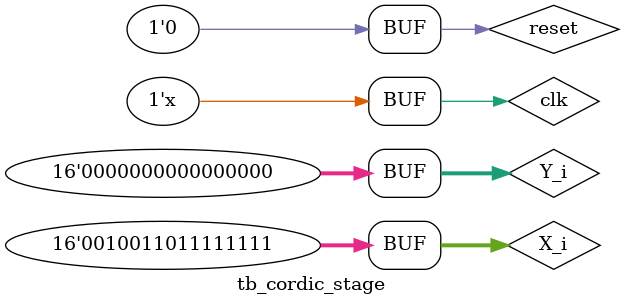
<source format=v>
`timescale 1ns / 1ps

module tb_cordic_stage;

    reg clk;
    reg reset;
    reg  signed [15:0] X_i;
    reg  signed [15:0] Y_i;
    reg  signed [15:0] Z_i;
    
    wire signed [15:0] X_O;
    wire signed [15:0] Y_O;
    wire signed [15:0] Z_O;

    cordic_stage dut(.clk(clk), .reset(reset), .X_i(X_i), .Y_i(Y_i), .Z_i(Z_i), .X_O(X_O), .Y_O(Y_O), .Z_O(Z_O));

    // 100 MHz clock
    always #5 clk = ~clk;

    initial 
    begin
        clk   = 0;
        reset = 1;

        X_i = 16'h0000;
        Y_i = 16'h0000;
        Z_i = 16'h0000;

        #10;
        reset = 0;

        X_i <= 16'h26FF;
    end

    always @(posedge clk) 
    begin
        if (reset)
            Z_i <= 16'h0000;
        else
            Z_i <= Z_i + 16'h0001;
    end

endmodule



</source>
